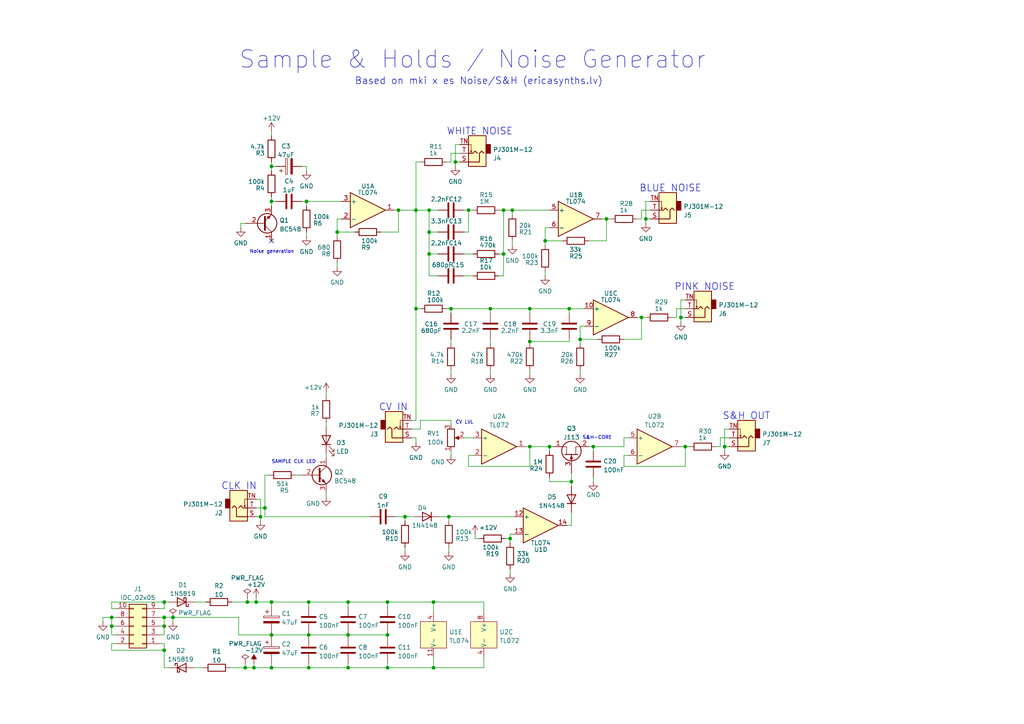
<source format=kicad_sch>
(kicad_sch (version 20211123) (generator eeschema)
  (paper "A4")
  (title_block (title "RW_EM_SH_NOISE_A") (date "2022-10-19") (rev "2022-10-19") (comment 1 "Licensed under CERN-OHL-S v2+"))
  (lib_symbols
    (symbol "Connector_Generic:Conn_02x05_Odd_Even" (pin_names (offset 1.016) hide)
      (property "Reference" "J" (at 1.27 7.62 0))
      (property "Value" "Conn_02x05_Odd_Even" (at 1.27 -7.62 0))
      (symbol "Conn_02x05_Odd_Even_1_1"
        (pin passive line (at -5.08 5.08 0) (length 3.81) (name "Pin_1") (number "1"))
        (pin passive line (at 7.62 -5.08 180) (length 3.81) (name "Pin_10") (number "10"))
        (pin passive line (at 7.62 5.08 180) (length 3.81) (name "Pin_2") (number "2"))
        (pin passive line (at -5.08 2.54 0) (length 3.81) (name "Pin_3") (number "3"))
        (pin passive line (at 7.62 2.54 180) (length 3.81) (name "Pin_4") (number "4"))
        (pin passive line (at -5.08 0 0) (length 3.81) (name "Pin_5") (number "5"))
        (pin passive line (at 7.62 0 180) (length 3.81) (name "Pin_6") (number "6"))
        (pin passive line (at -5.08 -2.54 0) (length 3.81) (name "Pin_7") (number "7"))
        (pin passive line (at 7.62 -2.54 180) (length 3.81) (name "Pin_8") (number "8"))
        (pin passive line (at -5.08 -5.08 0) (length 3.81) (name "Pin_9") (number "9"))
      )
    )
    (symbol "Device:C" (pin_numbers hide) (pin_names (offset 0.254))
      (property "Reference" "C" (at 0.635 2.54 0))
      (property "Value" "C" (at 0.635 -2.54 0))
      (symbol "C_1_1"
        (pin passive line (at 0 3.81 270) (length 2.794) (name "~") (number "1"))
        (pin passive line (at 0 -3.81 90) (length 2.794) (name "~") (number "2"))
      )
    )
    (symbol "Device:C_Polarized" (pin_numbers hide) (pin_names (offset 0.254))
      (property "Reference" "C" (at 0.635 2.54 0))
      (property "Value" "C_Polarized" (at 0.635 -2.54 0))
      (symbol "C_Polarized_1_1"
        (pin passive line (at 0 3.81 270) (length 2.794) (name "~") (number "1"))
        (pin passive line (at 0 -3.81 90) (length 2.794) (name "~") (number "2"))
      )
    )
    (symbol "Device:LED" (pin_numbers hide) (pin_names (offset 1.016) hide)
      (property "Reference" "D" (at 0 2.54 0))
      (property "Value" "LED" (at 0 -2.54 0))
      (symbol "LED_1_1"
        (pin passive line (at -3.81 0 0) (length 2.54) (name "K") (number "1"))
        (pin passive line (at 3.81 0 180) (length 2.54) (name "A") (number "2"))
      )
    )
    (symbol "Device:Q_NJFET_DSG" (pin_names (offset 0) hide)
      (property "Reference" "Q" (at 5.08 1.27 0))
      (property "Value" "Q_NJFET_DSG" (at 5.08 -1.27 0))
      (symbol "Q_NJFET_DSG_1_1"
        (pin passive line (at 2.54 5.08 270) (length 2.54) (name "D") (number "1"))
        (pin passive line (at 2.54 -5.08 90) (length 2.54) (name "S") (number "2"))
        (pin input line (at -5.08 0 0) (length 5.334) (name "G") (number "3"))
      )
    )
    (symbol "Device:R" (pin_numbers hide) (pin_names (offset 0))
      (property "Reference" "R" (at 2.032 0 90))
      (property "Value" "R" (at 0 0 90))
      (symbol "R_1_1"
        (pin passive line (at 0 3.81 270) (length 1.27) (name "~") (number "1"))
        (pin passive line (at 0 -3.81 90) (length 1.27) (name "~") (number "2"))
      )
    )
    (symbol "Device:R_Potentiometer" (pin_names (offset 1.016) hide)
      (property "Reference" "RV" (at -4.445 0 90))
      (property "Value" "R_Potentiometer" (at -2.54 0 90))
      (symbol "R_Potentiometer_1_1"
        (pin passive line (at 0 3.81 270) (length 1.27) (name "1") (number "1"))
        (pin passive line (at 3.81 0 180) (length 1.27) (name "2") (number "2"))
        (pin passive line (at 0 -3.81 90) (length 1.27) (name "3") (number "3"))
      )
    )
    (symbol "Diode:1N4148" (pin_numbers hide) (pin_names (offset 1.016) hide)
      (property "Reference" "D" (at 0 2.54 0))
      (property "Value" "1N4148" (at 0 -2.54 0))
      (symbol "1N4148_1_1"
        (pin passive line (at -3.81 0 0) (length 2.54) (name "K") (number "1"))
        (pin passive line (at 3.81 0 180) (length 2.54) (name "A") (number "2"))
      )
    )
    (symbol "Diode:1N5819" (pin_numbers hide) (pin_names (offset 1.016) hide)
      (property "Reference" "D" (at 0 2.54 0))
      (property "Value" "1N5819" (at 0 -2.54 0))
      (symbol "1N5819_1_1"
        (pin passive line (at -3.81 0 0) (length 2.54) (name "K") (number "1"))
        (pin passive line (at 3.81 0 180) (length 2.54) (name "A") (number "2"))
      )
    )
    (symbol "PJ301M-12_4"
      (property "Reference" "J" (at 0 8.89 0))
      (property "Value" "PJ301M-12_4" (at 0 6.35 0))
      (symbol "PJ301M-12_4_1_1"
        (pin passive line (at 5.08 2.54 180) (length 2.54) (name "~") (number "S"))
        (pin passive line (at 5.08 0 180) (length 2.54) (name "~") (number "T"))
        (pin passive line (at 5.08 -2.54 180) (length 2.54) (name "~") (number "TN"))
      )
    )
    (symbol "RW_EurorackModular:TL072" (pin_names (offset 0.127))
      (property "Reference" "U" (at 0 5.08 0))
      (property "Value" "TL072" (at 0 -5.08 0))
      (symbol "TL072_1_1"
        (pin output line (at 7.62 0 180) (length 2.54) (name "~") (number "1"))
        (pin input line (at -7.62 -2.54 0) (length 2.54) (name "-") (number "2"))
        (pin input line (at -7.62 2.54 0) (length 2.54) (name "+") (number "3"))
      )
      (symbol "TL072_2_1"
        (pin input line (at -7.62 2.54 0) (length 2.54) (name "+") (number "5"))
        (pin input line (at -7.62 -2.54 0) (length 2.54) (name "-") (number "6"))
        (pin output line (at 7.62 0 180) (length 2.54) (name "~") (number "7"))
      )
      (symbol "TL072_3_1"
        (pin power_in line (at -2.54 -6.35 90) (length 2.54) (name "V-") (number "4"))
        (pin power_in line (at -2.54 6.35 270) (length 2.54) (name "V+") (number "8"))
      )
    )
    (symbol "RW_EurorackModular:TL074" (pin_names (offset 0.127))
      (property "Reference" "U" (at 0 5.08 0))
      (property "Value" "TL074" (at 0 -5.08 0))
      (symbol "TL074_1_1"
        (pin output line (at 7.62 0 180) (length 2.54) (name "~") (number "1"))
        (pin input line (at -7.62 -2.54 0) (length 2.54) (name "-") (number "2"))
        (pin input line (at -7.62 2.54 0) (length 2.54) (name "+") (number "3"))
      )
      (symbol "TL074_2_1"
        (pin input line (at -7.62 2.54 0) (length 2.54) (name "+") (number "5"))
        (pin input line (at -7.62 -2.54 0) (length 2.54) (name "-") (number "6"))
        (pin output line (at 7.62 0 180) (length 2.54) (name "~") (number "7"))
      )
      (symbol "TL074_3_1"
        (pin input line (at -7.62 2.54 0) (length 2.54) (name "+") (number "10"))
        (pin output line (at 7.62 0 180) (length 2.54) (name "~") (number "8"))
        (pin input line (at -7.62 -2.54 0) (length 2.54) (name "-") (number "9"))
      )
      (symbol "TL074_4_1"
        (pin input line (at -7.62 2.54 0) (length 2.54) (name "+") (number "12"))
        (pin input line (at -7.62 -2.54 0) (length 2.54) (name "-") (number "13"))
        (pin output line (at 7.62 0 180) (length 2.54) (name "~") (number "14"))
      )
      (symbol "TL074_5_1"
        (pin power_in line (at 0 -6.35 90) (length 2.54) (name "V-") (number "11"))
        (pin power_in line (at 0 6.35 270) (length 2.54) (name "V+") (number "4"))
      )
    )
    (symbol "Transistor_BJT:BC548" (pin_names (offset 0) hide)
      (property "Reference" "Q" (at 5.08 1.905 0))
      (property "Value" "BC548" (at 5.08 0 0))
      (symbol "BC548_1_1"
        (pin passive line (at 2.54 5.08 270) (length 2.54) (name "C") (number "1"))
        (pin input line (at -5.08 0 0) (length 5.08) (name "B") (number "2"))
        (pin passive line (at 2.54 -5.08 90) (length 2.54) (name "E") (number "3"))
      )
    )
    (symbol "power:+12V" (power) (pin_names (offset 0))
      (property "Value" "+12V" (at 0 3.556 0))
      (symbol "+12V_1_1"
        (pin power_in line (at 0 0 90) (length 0) hide (name "+12V") (number "1"))
      )
    )
    (symbol "power:-12V" (power) (pin_names (offset 0))
      (property "Value" "-12V" (at 0 3.81 0))
      (symbol "-12V_0_0"
        (pin power_in line (at 0 0 90) (length 0) hide (name "-12V") (number "1"))
      )
    )
    (symbol "power:GND" (power) (pin_names (offset 0))
      (property "Value" "GND" (at 0 -3.81 0))
      (symbol "GND_1_1"
        (pin power_in line (at 0 0 270) (length 0) hide (name "GND") (number "1"))
      )
    )
    (symbol "power:PWR_FLAG" (power) (pin_numbers hide) (pin_names (offset 0) hide)
      (property "Value" "PWR_FLAG" (at 0 3.81 0))
      (symbol "PWR_FLAG_0_0"
        (pin power_out line (at 0 0 90) (length 0) (name "pwr") (number "1"))
      )
    )
  )
  (junction (at 165.1 89.535))
  (junction (at 97.79 67.31))
  (junction (at 146.05 73.66))
  (junction (at 125.73 193.675))
  (junction (at 120.65 89.535))
  (junction (at 100.965 174.625))
  (junction (at 153.67 129.54))
  (junction (at 112.395 184.15))
  (junction (at 175.895 63.5))
  (junction (at 88.9 58.42))
  (junction (at 115.57 60.96))
  (junction (at 187.325 63.5))
  (junction (at 147.955 156.21))
  (junction (at 120.65 60.96))
  (junction (at 124.46 67.31))
  (junction (at 153.67 89.535))
  (junction (at 78.74 174.625))
  (junction (at 124.46 73.66))
  (junction (at 112.395 174.625))
  (junction (at 76.835 147.32))
  (junction (at 146.05 60.96))
  (junction (at 75.565 149.86))
  (junction (at 47.625 179.07))
  (junction (at 78.74 193.675))
  (junction (at 112.395 193.675))
  (junction (at 50.165 179.07))
  (junction (at 47.625 188.595))
  (junction (at 198.755 129.54))
  (junction (at 73.66 193.675))
  (junction (at 89.535 193.675))
  (junction (at 32.385 181.61))
  (junction (at 210.185 129.54))
  (junction (at 100.965 184.15))
  (junction (at 153.67 99.06))
  (junction (at 78.74 184.15))
  (junction (at 124.46 60.96))
  (junction (at 130.81 89.535))
  (junction (at 135.89 60.96))
  (junction (at 197.485 92.075))
  (junction (at 100.965 193.675))
  (junction (at 78.74 58.42))
  (junction (at 89.535 174.625))
  (junction (at 168.275 98.425))
  (junction (at 74.295 174.625))
  (junction (at 186.055 92.075))
  (junction (at 125.73 174.625))
  (junction (at 71.12 193.675))
  (junction (at 89.535 184.15))
  (junction (at 142.24 89.535))
  (junction (at 71.755 174.625))
  (junction (at 165.735 139.7))
  (junction (at 47.625 174.625))
  (junction (at 159.385 129.54))
  (junction (at 47.625 181.61))
  (junction (at 158.115 69.85))
  (junction (at 117.475 149.86))
  (junction (at 148.59 60.96))
  (junction (at 172.085 129.54))
  (junction (at 78.74 48.26))
  (junction (at 130.175 149.86))
  (junction (at 132.08 46.99))
  (junction (at 32.385 179.07))
  (no_connect (at 78.74 69.85))
  (wire (pts (xy 71.755 174.625) (xy 71.755 173.355)))
  (wire (pts (xy 78.74 192.405) (xy 78.74 193.675)))
  (wire (pts (xy 76.835 137.795) (xy 78.105 137.795)))
  (wire (pts (xy 129.54 46.99) (xy 130.81 46.99)))
  (wire (pts (xy 50.165 179.07) (xy 69.215 179.07)))
  (wire (pts (xy 135.89 135.255) (xy 153.67 135.255)))
  (wire (pts (xy 142.24 107.315) (xy 142.24 108.585)))
  (wire (pts (xy 78.74 175.895) (xy 78.74 174.625)))
  (wire (pts (xy 153.67 129.54) (xy 159.385 129.54)))
  (wire (pts (xy 197.485 92.075) (xy 197.485 86.995)))
  (wire (pts (xy 75.565 144.78) (xy 75.565 149.86)))
  (wire (pts (xy 120.65 89.535) (xy 121.92 89.535)))
  (wire (pts (xy 187.325 58.42) (xy 188.595 58.42)))
  (wire (pts (xy 180.975 127) (xy 182.245 127)))
  (wire (pts (xy 88.9 58.42) (xy 99.06 58.42)))
  (wire (pts (xy 133.35 44.45) (xy 130.81 44.45)))
  (wire (pts (xy 211.455 127) (xy 208.915 127)))
  (wire (pts (xy 120.65 127) (xy 120.65 128.27)))
  (wire (pts (xy 146.05 60.96) (xy 144.78 60.96)))
  (wire (pts (xy 76.835 149.86) (xy 107.315 149.86)))
  (wire (pts (xy 137.795 156.21) (xy 139.065 156.21)))
  (wire (pts (xy 210.185 129.54) (xy 210.185 130.81)))
  (wire (pts (xy 89.535 174.625) (xy 100.965 174.625)))
  (wire (pts (xy 110.49 67.31) (xy 115.57 67.31)))
  (wire (pts (xy 112.395 175.895) (xy 112.395 174.625)))
  (wire (pts (xy 147.955 156.21) (xy 146.685 156.21)))
  (wire (pts (xy 71.755 174.625) (xy 74.295 174.625)))
  (wire (pts (xy 117.475 149.86) (xy 117.475 151.13)))
  (wire (pts (xy 112.395 193.675) (xy 125.73 193.675)))
  (wire (pts (xy 89.535 183.515) (xy 89.535 184.15)))
  (wire (pts (xy 117.475 149.86) (xy 120.015 149.86)))
  (wire (pts (xy 127.635 149.86) (xy 130.175 149.86)))
  (wire (pts (xy 100.965 193.675) (xy 112.395 193.675)))
  (wire (pts (xy 153.67 89.535) (xy 153.67 90.805)))
  (wire (pts (xy 182.245 132.08) (xy 180.975 132.08)))
  (wire (pts (xy 78.74 193.675) (xy 89.535 193.675)))
  (wire (pts (xy 76.835 147.32) (xy 76.835 137.795)))
  (wire (pts (xy 198.755 135.255) (xy 198.755 129.54)))
  (wire (pts (xy 115.57 60.96) (xy 114.3 60.96)))
  (wire (pts (xy 165.735 139.7) (xy 165.735 137.16)))
  (wire (pts (xy 132.08 41.91) (xy 133.35 41.91)))
  (wire (pts (xy 187.325 63.5) (xy 188.595 63.5)))
  (wire (pts (xy 146.05 73.66) (xy 146.05 60.96)))
  (wire (pts (xy 135.89 60.96) (xy 137.16 60.96)))
  (wire (pts (xy 186.055 98.425) (xy 180.975 98.425)))
  (wire (pts (xy 67.31 174.625) (xy 71.755 174.625)))
  (wire (pts (xy 89.535 193.675) (xy 100.965 193.675)))
  (wire (pts (xy 158.115 69.85) (xy 158.115 71.12)))
  (wire (pts (xy 33.655 179.07) (xy 32.385 179.07)))
  (wire (pts (xy 197.485 92.075) (xy 197.485 93.345)))
  (wire (pts (xy 158.115 69.85) (xy 163.195 69.85)))
  (wire (pts (xy 115.57 60.96) (xy 120.65 60.96)))
  (wire (pts (xy 153.67 99.06) (xy 165.1 99.06)))
  (wire (pts (xy 32.385 188.595) (xy 47.625 188.595)))
  (wire (pts (xy 175.895 63.5) (xy 175.895 69.85)))
  (wire (pts (xy 184.785 63.5) (xy 186.055 63.5)))
  (wire (pts (xy 197.485 86.995) (xy 198.755 86.995)))
  (wire (pts (xy 56.515 193.675) (xy 59.055 193.675)))
  (wire (pts (xy 125.73 190.5) (xy 125.73 193.675)))
  (wire (pts (xy 32.385 186.69) (xy 32.385 188.595)))
  (wire (pts (xy 87.63 58.42) (xy 88.9 58.42)))
  (wire (pts (xy 32.385 184.15) (xy 33.655 184.15)))
  (wire (pts (xy 180.975 132.08) (xy 180.975 135.255)))
  (wire (pts (xy 130.81 89.535) (xy 142.24 89.535)))
  (wire (pts (xy 120.65 121.92) (xy 119.38 121.92)))
  (wire (pts (xy 180.975 135.255) (xy 198.755 135.255)))
  (wire (pts (xy 130.81 121.92) (xy 130.81 123.19)))
  (wire (pts (xy 32.385 174.625) (xy 47.625 174.625)))
  (wire (pts (xy 124.46 60.96) (xy 124.46 67.31)))
  (wire (pts (xy 148.59 60.96) (xy 148.59 62.23)))
  (wire (pts (xy 165.1 89.535) (xy 165.1 90.805)))
  (wire (pts (xy 74.295 174.625) (xy 78.74 174.625)))
  (wire (pts (xy 165.1 99.06) (xy 165.1 98.425)))
  (wire (pts (xy 71.12 193.675) (xy 73.66 193.675)))
  (wire (pts (xy 153.67 89.535) (xy 165.1 89.535)))
  (wire (pts (xy 69.85 64.77) (xy 69.85 66.04)))
  (wire (pts (xy 210.185 129.54) (xy 211.455 129.54)))
  (wire (pts (xy 100.965 184.15) (xy 100.965 183.515)))
  (wire (pts (xy 88.9 48.26) (xy 88.9 49.53)))
  (wire (pts (xy 32.385 179.07) (xy 32.385 181.61)))
  (wire (pts (xy 69.215 184.15) (xy 78.74 184.15)))
  (wire (pts (xy 208.915 127) (xy 208.915 129.54)))
  (wire (pts (xy 198.755 129.54) (xy 200.025 129.54)))
  (wire (pts (xy 144.78 73.66) (xy 146.05 73.66)))
  (wire (pts (xy 46.355 179.07) (xy 47.625 179.07)))
  (wire (pts (xy 78.74 184.15) (xy 89.535 184.15)))
  (wire (pts (xy 47.625 188.595) (xy 47.625 186.69)))
  (wire (pts (xy 32.385 181.61) (xy 33.655 181.61)))
  (wire (pts (xy 158.115 66.04) (xy 158.115 69.85)))
  (wire (pts (xy 75.565 149.86) (xy 75.565 151.13)))
  (wire (pts (xy 78.74 174.625) (xy 89.535 174.625)))
  (wire (pts (xy 94.615 131.445) (xy 94.615 132.715)))
  (wire (pts (xy 196.215 89.535) (xy 196.215 92.075)))
  (wire (pts (xy 120.65 60.96) (xy 120.65 89.535)))
  (wire (pts (xy 88.9 58.42) (xy 88.9 59.69)))
  (wire (pts (xy 100.965 174.625) (xy 112.395 174.625)))
  (wire (pts (xy 153.67 107.315) (xy 153.67 108.585)))
  (wire (pts (xy 47.625 193.675) (xy 48.895 193.675)))
  (wire (pts (xy 125.73 174.625) (xy 125.73 177.8)))
  (wire (pts (xy 132.08 46.99) (xy 132.08 48.26)))
  (wire (pts (xy 149.225 154.94) (xy 147.955 154.94)))
  (wire (pts (xy 160.655 129.54) (xy 159.385 129.54)))
  (wire (pts (xy 124.46 73.66) (xy 127 73.66)))
  (wire (pts (xy 47.625 184.15) (xy 46.355 184.15)))
  (wire (pts (xy 132.08 46.99) (xy 133.35 46.99)))
  (wire (pts (xy 120.65 60.96) (xy 124.46 60.96)))
  (wire (pts (xy 130.175 149.86) (xy 130.175 151.13)))
  (wire (pts (xy 47.625 181.61) (xy 47.625 184.15)))
  (wire (pts (xy 148.59 60.96) (xy 159.385 60.96)))
  (wire (pts (xy 134.62 127) (xy 137.16 127)))
  (wire (pts (xy 125.73 174.625) (xy 140.335 174.625)))
  (wire (pts (xy 198.755 89.535) (xy 196.215 89.535)))
  (wire (pts (xy 158.115 78.74) (xy 158.115 80.01)))
  (wire (pts (xy 130.175 158.75) (xy 130.175 160.02)))
  (wire (pts (xy 153.67 129.54) (xy 152.4 129.54)))
  (wire (pts (xy 97.79 63.5) (xy 97.79 67.31)))
  (wire (pts (xy 87.63 48.26) (xy 88.9 48.26)))
  (wire (pts (xy 142.24 89.535) (xy 142.24 90.805)))
  (wire (pts (xy 56.515 174.625) (xy 59.69 174.625)))
  (wire (pts (xy 47.625 179.07) (xy 47.625 181.61)))
  (wire (pts (xy 78.74 57.15) (xy 78.74 58.42)))
  (wire (pts (xy 74.295 147.32) (xy 76.835 147.32)))
  (wire (pts (xy 169.545 94.615) (xy 168.275 94.615)))
  (wire (pts (xy 97.79 67.31) (xy 102.87 67.31)))
  (wire (pts (xy 97.79 76.2) (xy 97.79 77.47)))
  (wire (pts (xy 153.67 99.695) (xy 153.67 99.06)))
  (wire (pts (xy 33.655 176.53) (xy 32.385 176.53)))
  (wire (pts (xy 47.625 174.625) (xy 48.895 174.625)))
  (wire (pts (xy 168.275 98.425) (xy 173.355 98.425)))
  (wire (pts (xy 159.385 139.7) (xy 165.735 139.7)))
  (wire (pts (xy 175.895 69.85) (xy 170.815 69.85)))
  (wire (pts (xy 89.535 193.675) (xy 89.535 192.405)))
  (wire (pts (xy 78.74 38.1) (xy 78.74 39.37)))
  (wire (pts (xy 153.67 99.06) (xy 153.67 98.425)))
  (wire (pts (xy 142.24 89.535) (xy 153.67 89.535)))
  (wire (pts (xy 159.385 138.43) (xy 159.385 139.7)))
  (wire (pts (xy 147.955 156.21) (xy 147.955 157.48)))
  (wire (pts (xy 78.74 184.15) (xy 78.74 184.785)))
  (wire (pts (xy 112.395 184.15) (xy 112.395 184.785)))
  (wire (pts (xy 174.625 63.5) (xy 175.895 63.5)))
  (wire (pts (xy 168.275 94.615) (xy 168.275 98.425)))
  (wire (pts (xy 78.74 58.42) (xy 80.01 58.42)))
  (wire (pts (xy 78.74 58.42) (xy 78.74 59.69)))
  (wire (pts (xy 121.92 124.46) (xy 121.92 121.92)))
  (wire (pts (xy 71.12 193.675) (xy 71.12 192.405)))
  (wire (pts (xy 69.215 179.07) (xy 69.215 184.15)))
  (wire (pts (xy 132.08 46.99) (xy 132.08 41.91)))
  (wire (pts (xy 120.65 127) (xy 119.38 127)))
  (wire (pts (xy 78.74 46.99) (xy 78.74 48.26)))
  (wire (pts (xy 97.79 67.31) (xy 97.79 68.58)))
  (wire (pts (xy 47.625 176.53) (xy 46.355 176.53)))
  (wire (pts (xy 46.355 181.61) (xy 47.625 181.61)))
  (wire (pts (xy 134.62 73.66) (xy 137.16 73.66)))
  (wire (pts (xy 172.085 129.54) (xy 172.085 130.81)))
  (wire (pts (xy 85.725 137.795) (xy 86.995 137.795)))
  (wire (pts (xy 115.57 67.31) (xy 115.57 60.96)))
  (wire (pts (xy 94.615 142.875) (xy 94.615 144.145)))
  (wire (pts (xy 170.815 129.54) (xy 172.085 129.54)))
  (wire (pts (xy 78.74 183.515) (xy 78.74 184.15)))
  (wire (pts (xy 74.295 174.625) (xy 74.295 173.355)))
  (wire (pts (xy 112.395 174.625) (xy 125.73 174.625)))
  (wire (pts (xy 165.735 139.7) (xy 165.735 140.97)))
  (wire (pts (xy 147.955 154.94) (xy 147.955 156.21)))
  (wire (pts (xy 134.62 60.96) (xy 135.89 60.96)))
  (wire (pts (xy 71.12 64.77) (xy 69.85 64.77)))
  (wire (pts (xy 127 67.31) (xy 124.46 67.31)))
  (wire (pts (xy 140.335 174.625) (xy 140.335 177.8)))
  (wire (pts (xy 73.66 193.675) (xy 73.66 192.405)))
  (wire (pts (xy 32.385 176.53) (xy 32.385 174.625)))
  (wire (pts (xy 165.735 152.4) (xy 164.465 152.4)))
  (wire (pts (xy 175.895 63.5) (xy 177.165 63.5)))
  (wire (pts (xy 114.935 149.86) (xy 117.475 149.86)))
  (wire (pts (xy 197.485 92.075) (xy 198.755 92.075)))
  (wire (pts (xy 135.89 132.08) (xy 135.89 135.255)))
  (wire (pts (xy 47.625 179.07) (xy 50.165 179.07)))
  (wire (pts (xy 165.735 148.59) (xy 165.735 152.4)))
  (wire (pts (xy 120.65 46.99) (xy 120.65 60.96)))
  (wire (pts (xy 172.085 138.43) (xy 172.085 139.7)))
  (wire (pts (xy 187.325 63.5) (xy 187.325 64.77)))
  (wire (pts (xy 120.65 89.535) (xy 120.65 121.92)))
  (wire (pts (xy 88.9 67.31) (xy 88.9 68.58)))
  (wire (pts (xy 135.89 67.31) (xy 134.62 67.31)))
  (wire (pts (xy 32.385 186.69) (xy 33.655 186.69)))
  (wire (pts (xy 66.675 193.675) (xy 71.12 193.675)))
  (wire (pts (xy 186.055 60.96) (xy 186.055 63.5)))
  (wire (pts (xy 32.385 179.07) (xy 29.845 179.07)))
  (wire (pts (xy 140.335 190.5) (xy 140.335 193.675)))
  (wire (pts (xy 117.475 158.75) (xy 117.475 160.02)))
  (wire (pts (xy 112.395 192.405) (xy 112.395 193.675)))
  (wire (pts (xy 135.89 60.96) (xy 135.89 67.31)))
  (wire (pts (xy 168.275 98.425) (xy 168.275 99.695)))
  (wire (pts (xy 159.385 66.04) (xy 158.115 66.04)))
  (wire (pts (xy 73.66 193.675) (xy 78.74 193.675)))
  (wire (pts (xy 165.1 89.535) (xy 169.545 89.535)))
  (wire (pts (xy 172.085 129.54) (xy 180.975 129.54)))
  (wire (pts (xy 121.92 121.92) (xy 130.81 121.92)))
  (wire (pts (xy 124.46 67.31) (xy 124.46 73.66)))
  (wire (pts (xy 47.625 186.69) (xy 46.355 186.69)))
  (wire (pts (xy 147.955 165.1) (xy 147.955 166.37)))
  (wire (pts (xy 130.81 130.81) (xy 130.81 132.08)))
  (wire (pts (xy 121.92 46.99) (xy 120.65 46.99)))
  (wire (pts (xy 76.835 147.32) (xy 76.835 149.86)))
  (wire (pts (xy 125.73 193.675) (xy 140.335 193.675)))
  (wire (pts (xy 146.05 80.01) (xy 144.78 80.01)))
  (wire (pts (xy 198.755 129.54) (xy 197.485 129.54)))
  (wire (pts (xy 78.74 48.26) (xy 78.74 49.53)))
  (wire (pts (xy 137.16 132.08) (xy 135.89 132.08)))
  (wire (pts (xy 47.625 188.595) (xy 47.625 193.675)))
  (wire (pts (xy 146.05 60.96) (xy 148.59 60.96)))
  (wire (pts (xy 100.965 174.625) (xy 100.965 175.895)))
  (wire (pts (xy 134.62 80.01) (xy 137.16 80.01)))
  (wire (pts (xy 124.46 80.01) (xy 127 80.01)))
  (wire (pts (xy 100.965 192.405) (xy 100.965 193.675)))
  (wire (pts (xy 89.535 184.15) (xy 100.965 184.15)))
  (wire (pts (xy 32.385 181.61) (xy 32.385 184.15)))
  (wire (pts (xy 75.565 149.86) (xy 74.295 149.86)))
  (wire (pts (xy 130.81 44.45) (xy 130.81 46.99)))
  (wire (pts (xy 50.165 179.07) (xy 50.165 180.34)))
  (wire (pts (xy 29.845 179.07) (xy 29.845 180.34)))
  (wire (pts (xy 89.535 184.15) (xy 89.535 184.785)))
  (wire (pts (xy 210.185 129.54) (xy 210.185 124.46)))
  (wire (pts (xy 207.645 129.54) (xy 208.915 129.54)))
  (wire (pts (xy 112.395 184.15) (xy 112.395 183.515)))
  (wire (pts (xy 130.81 90.805) (xy 130.81 89.535)))
  (wire (pts (xy 94.615 113.665) (xy 94.615 114.935)))
  (wire (pts (xy 186.055 92.075) (xy 187.325 92.075)))
  (wire (pts (xy 100.965 184.15) (xy 100.965 184.785)))
  (wire (pts (xy 188.595 60.96) (xy 186.055 60.96)))
  (wire (pts (xy 146.05 73.66) (xy 146.05 80.01)))
  (wire (pts (xy 100.965 184.15) (xy 112.395 184.15)))
  (wire (pts (xy 78.74 48.26) (xy 80.01 48.26)))
  (wire (pts (xy 119.38 124.46) (xy 121.92 124.46)))
  (wire (pts (xy 89.535 175.895) (xy 89.535 174.625)))
  (wire (pts (xy 75.565 144.78) (xy 74.295 144.78)))
  (wire (pts (xy 130.81 99.695) (xy 130.81 98.425)))
  (wire (pts (xy 142.24 99.695) (xy 142.24 98.425)))
  (wire (pts (xy 194.945 92.075) (xy 196.215 92.075)))
  (wire (pts (xy 94.615 122.555) (xy 94.615 123.825)))
  (wire (pts (xy 129.54 89.535) (xy 130.81 89.535)))
  (wire (pts (xy 127 60.96) (xy 124.46 60.96)))
  (wire (pts (xy 130.81 107.315) (xy 130.81 108.585)))
  (wire (pts (xy 159.385 129.54) (xy 159.385 130.81)))
  (wire (pts (xy 47.625 174.625) (xy 47.625 176.53)))
  (wire (pts (xy 180.975 129.54) (xy 180.975 127)))
  (wire (pts (xy 187.325 63.5) (xy 187.325 58.42)))
  (wire (pts (xy 148.59 69.85) (xy 148.59 71.12)))
  (wire (pts (xy 137.795 154.94) (xy 137.795 156.21)))
  (wire (pts (xy 99.06 63.5) (xy 97.79 63.5)))
  (wire (pts (xy 153.67 135.255) (xy 153.67 129.54)))
  (wire (pts (xy 184.785 92.075) (xy 186.055 92.075)))
  (wire (pts (xy 186.055 92.075) (xy 186.055 98.425)))
  (wire (pts (xy 130.175 149.86) (xy 149.225 149.86)))
  (wire (pts (xy 210.185 124.46) (xy 211.455 124.46)))
  (wire (pts (xy 168.275 107.315) (xy 168.275 108.585)))
  (wire (pts (xy 124.46 73.66) (xy 124.46 80.01)))
  (text "CV LVL" (at 132.08 123.19 0) (effects (font (size 1 1)) (justify left bottom)))
  (text "CLK IN" (at 64.135 142.24 0) (effects (font (size 2 2)) (justify left bottom)))
  (text "PINK NOISE" (at 195.58 84.455 0) (effects (font (size 2 2)) (justify left bottom)))
  (text "Noise generation" (at 72.39 73.66 0) (effects (font (size 1 1)) (justify left bottom)))
  (text "S&H-CORE" (at 168.91 127.635 0) (effects (font (size 1 1)) (justify left bottom)))
  (text "SAMPLE CLK LED" (at 78.74 134.62 0) (effects (font (size 1 1)) (justify left bottom)))
  (text "Sample & Holds / Noise Generator" (at 69.215 20.32 0) (effects (font (size 5 5)) (justify left bottom)))
  (text "WHITE NOISE" (at 129.54 39.37 0) (effects (font (size 2 2)) (justify left bottom)))
  (text "Based on mki x es Noise/S&H (ericasynths.lv)" (at 102.87 24.765 0) (effects (font (size 2 2)) (justify left bottom)))
  (text "BLUE NOISE" (at 185.42 55.88 0) (effects (font (size 2 2)) (justify left bottom)))
  (text "S&H OUT" (at 209.55 121.92 0) (effects (font (size 2 2)) (justify left bottom)))
  (text "CV IN" (at 109.855 119.38 0) (effects (font (size 2 2)) (justify left bottom)))
  (symbol (lib_id "Device:C") (at 130.81 60.96 90) (unit 1)
    (property "Reference" "C12" (at 132.08 57.785 90))
    (property "Value" "2.2nF" (at 127.635 57.785 90))
    (property "Footprint" "Capacitor_THT:C_Rect_L7.2mm_W5.5mm_P5.00mm_FKS2_FKP2_MKS2_MKP2" (effects hide))
  )
  (symbol (lib_id "Device:C") (at 100.965 179.705 0) (unit 1)
    (property "Reference" "C7" (at 103.886 178.8703 0) (effects (justify left)))
    (property "Value" "100nF" (at 103.886 181.4072 0) (effects (justify left)))
    (property "Footprint" "Capacitor_THT:C_Disc_D5.0mm_W2.5mm_P5.00mm" (effects hide))
  )
  (symbol (lib_id "Device:R") (at 180.975 63.5 270) (unit 1)
    (property "Reference" "R28" (at 179.705 59.055 90) (effects (justify left)))
    (property "Value" "1k" (at 179.705 60.96 90) (effects (justify left)))
    (property "Footprint" "Resistor_THT:R_Axial_DIN0207_L6.3mm_D2.5mm_P10.16mm_Horizontal" (effects hide))
  )
  (symbol (lib_id "power:GND") (at 50.165 180.34 0) (unit 1)
    (property "Reference" "#PWR02" (effects hide))
    (property "Value" "GND" (at 50.165 184.7834 0))
  )
  (symbol (lib_id "Device:C") (at 112.395 179.705 0) (unit 1)
    (property "Reference" "C10" (at 115.316 178.8703 0) (effects (justify left)))
    (property "Value" "100nF" (at 115.316 181.4072 0) (effects (justify left)))
    (property "Footprint" "Capacitor_THT:C_Disc_D5.0mm_W2.5mm_P5.00mm" (effects hide))
  )
  (symbol (lib_id "Device:R") (at 88.9 63.5 0) (mirror x) (unit 1)
    (property "Reference" "R6" (at 90.805 64.77 0) (effects (justify left)))
    (property "Value" "100k" (at 90.805 62.865 0) (effects (justify left)))
    (property "Footprint" "Resistor_THT:R_Axial_DIN0207_L6.3mm_D2.5mm_P2.54mm_Vertical" (effects hide))
  )
  (symbol (lib_id "power:+12V") (at 78.74 38.1 0) (unit 1)
    (property "Reference" "#PWR07" (effects hide))
    (property "Value" "+12V" (at 78.74 34.29 0))
  )
  (symbol (lib_id "power:GND") (at 130.81 108.585 0) (unit 1)
    (property "Reference" "#PWR016" (effects hide))
    (property "Value" "GND" (at 130.81 113.0284 0))
  )
  (symbol (lib_id "power:GND") (at 130.175 160.02 0) (mirror y) (unit 1)
    (property "Reference" "#PWR015" (effects hide))
    (property "Value" "GND" (at 130.175 164.4634 0))
  )
  (symbol (lib_id "Device:C") (at 83.82 58.42 90) (unit 1)
    (property "Reference" "C4" (at 83.82 52.5612 90))
    (property "Value" "1uF" (at 83.82 55.0981 90))
    (property "Footprint" "Capacitor_THT:C_Rect_L7.2mm_W4.5mm_P5.00mm_FKS2_FKP2_MKS2_MKP2" (effects hide))
  )
  (symbol (lib_id "RW_EurorackModular:TL074") (at 156.845 152.4 0) (unit 4)
    (property "Reference" "U1" (at 156.845 159.385 0))
    (property "Value" "TL074" (at 156.845 157.48 0))
    (property "Footprint" "Package_DIP:DIP-14_W7.62mm" (effects hide))
  )
  (symbol (lib_id "Device:R") (at 81.915 137.795 90) (unit 1)
    (property "Reference" "R5" (at 83.82 142.24 90) (effects (justify left)))
    (property "Value" "51k" (at 83.82 140.335 90) (effects (justify left)))
    (property "Footprint" "Resistor_THT:R_Axial_DIN0207_L6.3mm_D2.5mm_P2.54mm_Vertical" (effects hide))
  )
  (symbol (lib_id "Device:R") (at 148.59 66.04 0) (mirror x) (unit 1)
    (property "Reference" "R21" (at 150.495 67.31 0) (effects (justify left)))
    (property "Value" "20k" (at 150.495 65.405 0) (effects (justify left)))
    (property "Footprint" "Resistor_THT:R_Axial_DIN0207_L6.3mm_D2.5mm_P2.54mm_Vertical" (effects hide))
  )
  (symbol (lib_id "power:GND") (at 168.275 108.585 0) (unit 1)
    (property "Reference" "#PWR025" (effects hide))
    (property "Value" "GND" (at 168.275 113.0284 0))
  )
  (symbol (lib_id "Device:R") (at 125.73 89.535 270) (unit 1)
    (property "Reference" "R12" (at 123.825 85.09 90) (effects (justify left)))
    (property "Value" "100k" (at 123.825 86.995 90) (effects (justify left)))
    (property "Footprint" "Resistor_THT:R_Axial_DIN0207_L6.3mm_D2.5mm_P2.54mm_Vertical" (effects hide))
  )
  (symbol (lib_id "power:GND") (at 97.79 77.47 0) (unit 1)
    (property "Reference" "#PWR012" (effects hide))
    (property "Value" "GND" (at 97.79 81.9134 0))
  )
  (symbol (lib_id "Device:C") (at 153.67 94.615 180) (unit 1)
    (property "Reference" "C18" (at 147.955 93.98 0))
    (property "Value" "2.2nF" (at 147.955 95.885 0))
    (property "Footprint" "Capacitor_THT:C_Rect_L7.2mm_W5.5mm_P5.00mm_FKS2_FKP2_MKS2_MKP2" (effects hide))
  )
  (symbol (lib_id "power:GND") (at 187.325 64.77 0) (mirror y) (unit 1)
    (property "Reference" "#PWR027" (effects hide))
    (property "Value" "GND" (at 187.325 69.2134 0))
  )
  (symbol (lib_name "PJ301M-12_4") (lib_id "RW_EurorackModular:PJ301M-12") (at 216.535 127 180) (unit 1)
    (property "Reference" "J7" (at 221.107 128.4697 0) (effects (justify right)))
    (property "Value" "PJ301M-12" (at 221.107 125.9328 0) (effects (justify right)))
    (property "Footprint" "RW_EurorackModular:PJ301M-12" (effects hide))
  )
  (symbol (lib_id "Device:C") (at 130.81 73.66 90) (unit 1)
    (property "Reference" "C14" (at 132.08 70.485 90))
    (property "Value" "2.2nF" (at 127.635 70.485 90))
    (property "Footprint" "Capacitor_THT:C_Rect_L7.2mm_W5.5mm_P5.00mm_FKS2_FKP2_MKS2_MKP2" (effects hide))
  )
  (symbol (lib_id "Device:Q_NJFET_DSG") (at 165.735 132.08 90) (unit 1)
    (property "Reference" "Q3" (at 165.735 124.2908 90))
    (property "Value" "J113" (at 165.735 126.8277 90))
    (property "Footprint" "Package_TO_SOT_THT:TO-92" (effects hide))
  )
  (symbol (lib_id "power:GND") (at 117.475 160.02 0) (unit 1)
    (property "Reference" "#PWR013" (effects hide))
    (property "Value" "GND" (at 117.475 164.4634 0))
  )
  (symbol (lib_id "power:GND") (at 29.845 180.34 0) (unit 1)
    (property "Reference" "#PWR01" (effects hide))
    (property "Value" "GND" (at 29.845 184.7834 0))
  )
  (symbol (lib_id "Device:R") (at 153.67 103.505 180) (unit 1)
    (property "Reference" "R22" (at 151.765 104.775 0) (effects (justify left)))
    (property "Value" "470k" (at 151.765 102.87 0) (effects (justify left)))
    (property "Footprint" "Resistor_THT:R_Axial_DIN0207_L6.3mm_D2.5mm_P2.54mm_Vertical" (effects hide))
  )
  (symbol (lib_id "power:GND") (at 88.9 68.58 0) (unit 1)
    (property "Reference" "#PWR09" (effects hide))
    (property "Value" "GND" (at 88.9 73.0234 0))
  )
  (symbol (lib_id "power:GND") (at 75.565 151.13 0) (unit 1)
    (property "Reference" "#PWR06" (effects hide))
    (property "Value" "GND" (at 75.565 155.5734 0))
  )
  (symbol (lib_id "Device:C") (at 89.535 179.705 0) (unit 1)
    (property "Reference" "C5" (at 92.456 178.8703 0) (effects (justify left)))
    (property "Value" "100nF" (at 92.456 181.4072 0) (effects (justify left)))
    (property "Footprint" "Capacitor_THT:C_Disc_D5.0mm_W2.5mm_P5.00mm" (effects hide))
  )
  (symbol (lib_id "Device:C") (at 112.395 188.595 0) (unit 1)
    (property "Reference" "C11" (at 115.316 187.7603 0) (effects (justify left)))
    (property "Value" "100nF" (at 115.316 190.2972 0) (effects (justify left)))
    (property "Footprint" "Capacitor_THT:C_Disc_D5.0mm_W2.5mm_P5.00mm" (effects hide))
  )
  (symbol (lib_id "Device:C") (at 89.535 188.595 0) (unit 1)
    (property "Reference" "C6" (at 92.456 187.7603 0) (effects (justify left)))
    (property "Value" "100nF" (at 92.456 190.2972 0) (effects (justify left)))
    (property "Footprint" "Capacitor_THT:C_Disc_D5.0mm_W2.5mm_P5.00mm" (effects hide))
  )
  (symbol (lib_id "Device:R") (at 140.97 73.66 270) (unit 1)
    (property "Reference" "R16" (at 139.065 69.215 90) (effects (justify left)))
    (property "Value" "470k" (at 139.065 71.12 90) (effects (justify left)))
    (property "Footprint" "Resistor_THT:R_Axial_DIN0207_L6.3mm_D2.5mm_P2.54mm_Vertical" (effects hide))
  )
  (symbol (lib_id "Device:R") (at 147.955 161.29 0) (mirror x) (unit 1)
    (property "Reference" "R20" (at 149.86 162.56 0) (effects (justify left)))
    (property "Value" "33k" (at 149.86 160.655 0) (effects (justify left)))
    (property "Footprint" "Resistor_THT:R_Axial_DIN0207_L6.3mm_D2.5mm_P2.54mm_Vertical" (effects hide))
  )
  (symbol (lib_id "Device:R") (at 63.5 174.625 90) (unit 1)
    (property "Reference" "R2" (at 63.5 169.9092 90))
    (property "Value" "10" (at 63.5 172.4461 90))
    (property "Footprint" "Resistor_THT:R_Axial_DIN0207_L6.3mm_D2.5mm_P10.16mm_Horizontal" (effects hide))
  )
  (symbol (lib_id "Device:R") (at 177.165 98.425 270) (mirror x) (unit 1)
    (property "Reference" "R27" (at 175.26 102.87 90) (effects (justify left)))
    (property "Value" "100k" (at 175.26 100.965 90) (effects (justify left)))
    (property "Footprint" "Resistor_THT:R_Axial_DIN0207_L6.3mm_D2.5mm_P2.54mm_Vertical" (effects hide))
  )
  (symbol (lib_id "Device:LED") (at 94.615 127.635 90) (unit 1)
    (property "Reference" "D3" (at 97.536 128.3878 90) (effects (justify right)))
    (property "Value" "LED" (at 97.536 130.9247 90) (effects (justify right)))
    (property "Footprint" "LED_THT:LED_D5.0mm" (effects hide))
  )
  (symbol (lib_id "power:GND") (at 142.24 108.585 0) (unit 1)
    (property "Reference" "#PWR020" (effects hide))
    (property "Value" "GND" (at 142.24 113.0284 0))
  )
  (symbol (lib_id "Device:R_Potentiometer") (at 130.81 127 0) (mirror x) (unit 1)
    (property "Reference" "RV1" (at 125.73 125.73 0))
    (property "Value" "100k" (at 126.365 128.27 0))
    (property "Footprint" "RW_EurorackModular:Potentiometer_R0904N_SongHuei" (effects hide))
  )
  (symbol (lib_id "power:-12V") (at 73.66 192.405 0) (unit 1)
    (property "Reference" "#PWR04" (effects hide))
    (property "Value" "-12V" (at 73.66 188.595 0))
  )
  (symbol (lib_id "RW_EurorackModular:TL074") (at 177.165 92.075 0) (unit 3)
    (property "Reference" "U1" (at 177.165 85.09 0))
    (property "Value" "TL074" (at 177.165 86.995 0))
    (property "Footprint" "Package_DIP:DIP-14_W7.62mm" (effects hide))
  )
  (symbol (lib_id "Device:C_Polarized") (at 83.82 48.26 90) (unit 1)
    (property "Reference" "C3" (at 82.931 42.4012 90))
    (property "Value" "47uF" (at 82.931 44.9381 90))
    (property "Footprint" "Capacitor_THT:CP_Radial_D5.0mm_P2.00mm" (effects hide))
  )
  (symbol (lib_id "Device:R") (at 168.275 103.505 180) (unit 1)
    (property "Reference" "R26" (at 166.37 104.775 0) (effects (justify left)))
    (property "Value" "20k" (at 166.37 102.87 0) (effects (justify left)))
    (property "Footprint" "Resistor_THT:R_Axial_DIN0207_L6.3mm_D2.5mm_P2.54mm_Vertical" (effects hide))
  )
  (symbol (lib_id "Device:R") (at 117.475 154.94 180) (unit 1)
    (property "Reference" "R10" (at 115.57 156.21 0) (effects (justify left)))
    (property "Value" "100k" (at 115.57 154.305 0) (effects (justify left)))
    (property "Footprint" "Resistor_THT:R_Axial_DIN0207_L6.3mm_D2.5mm_P2.54mm_Vertical" (effects hide))
  )
  (symbol (lib_id "Device:R") (at 167.005 69.85 270) (mirror x) (unit 1)
    (property "Reference" "R25" (at 165.1 74.295 90) (effects (justify left)))
    (property "Value" "33k" (at 165.1 72.39 90) (effects (justify left)))
    (property "Footprint" "Resistor_THT:R_Axial_DIN0207_L6.3mm_D2.5mm_P2.54mm_Vertical" (effects hide))
  )
  (symbol (lib_id "power:GND") (at 130.81 132.08 0) (unit 1)
    (property "Reference" "#PWR017" (effects hide))
    (property "Value" "GND" (at 127 133.985 0))
  )
  (symbol (lib_id "Diode:1N4148") (at 123.825 149.86 0) (mirror y) (unit 1)
    (property "Reference" "D4" (at 123.825 147.32 0) (effects (justify left)))
    (property "Value" "1N4148" (at 127 152.4 0) (effects (justify left)))
    (property "Footprint" "Diode_THT:D_DO-35_SOD27_P7.62mm_Horizontal" (effects hide))
    (property "Datasheet" "https://assets.nexperia.com/documents/data-sheet/1N4148_1N4448.pdf" (effects hide))
  )
  (symbol (lib_id "Device:R") (at 140.97 80.01 270) (unit 1)
    (property "Reference" "R17" (at 139.065 75.565 90) (effects (justify left)))
    (property "Value" "10k" (at 139.065 77.47 90) (effects (justify left)))
    (property "Footprint" "Resistor_THT:R_Axial_DIN0207_L6.3mm_D2.5mm_P2.54mm_Vertical" (effects hide))
  )
  (symbol (lib_id "power:+12V") (at 137.795 154.94 0) (mirror y) (unit 1)
    (property "Reference" "#PWR019" (effects hide))
    (property "Value" "+12V" (at 141.605 153.035 0))
  )
  (symbol (lib_id "Device:C") (at 130.81 67.31 90) (unit 1)
    (property "Reference" "C13" (at 132.08 64.135 90))
    (property "Value" "3.3nF" (at 127.635 64.135 90))
    (property "Footprint" "Capacitor_THT:C_Rect_L7.2mm_W5.5mm_P5.00mm_FKS2_FKP2_MKS2_MKP2" (effects hide))
  )
  (symbol (lib_id "power:GND") (at 88.9 49.53 0) (unit 1)
    (property "Reference" "#PWR08" (effects hide))
    (property "Value" "GND" (at 88.9 53.9734 0))
  )
  (symbol (lib_id "Transistor_BJT:BC548") (at 76.2 64.77 0) (mirror x) (unit 1)
    (property "Reference" "Q1" (at 81.0514 63.9353 0) (effects (justify left)))
    (property "Value" "BC548" (at 81.0514 66.4722 0) (effects (justify left)))
    (property "Footprint" "Package_TO_SOT_THT:TO-92_Inline" (effects hide))
    (property "Datasheet" "https://www.onsemi.com/pub/Collateral/BC550-D.pdf" (effects hide))
  )
  (symbol (lib_id "power:+12V") (at 94.615 113.665 0) (mirror y) (unit 1)
    (property "Reference" "#PWR010" (effects hide))
    (property "Value" "+12V" (at 90.805 112.395 0))
  )
  (symbol (lib_id "power:GND") (at 197.485 93.345 0) (mirror y) (unit 1)
    (property "Reference" "#PWR028" (effects hide))
    (property "Value" "GND" (at 197.485 97.7884 0))
  )
  (symbol (lib_id "RW_EurorackModular:TL074") (at 125.73 184.15 0) (unit 5)
    (property "Reference" "U1" (at 130.2512 183.3153 0) (effects (justify left)))
    (property "Value" "TL074" (at 130.2512 185.8522 0) (effects (justify left)))
    (property "Footprint" "Package_DIP:DIP-14_W7.62mm" (effects hide))
  )
  (symbol (lib_id "Device:R") (at 130.175 154.94 0) (mirror x) (unit 1)
    (property "Reference" "R13" (at 132.08 156.21 0) (effects (justify left)))
    (property "Value" "100k" (at 132.08 154.305 0) (effects (justify left)))
    (property "Footprint" "Resistor_THT:R_Axial_DIN0207_L6.3mm_D2.5mm_P2.54mm_Vertical" (effects hide))
  )
  (symbol (lib_id "Diode:1N4148") (at 165.735 144.78 270) (mirror x) (unit 1)
    (property "Reference" "D5" (at 158.75 144.145 90) (effects (justify left)))
    (property "Value" "1N4148" (at 156.21 146.685 90) (effects (justify left)))
    (property "Footprint" "Diode_THT:D_DO-35_SOD27_P7.62mm_Horizontal" (effects hide))
    (property "Datasheet" "https://assets.nexperia.com/documents/data-sheet/1N4148_1N4448.pdf" (effects hide))
  )
  (symbol (lib_id "Device:R") (at 94.615 118.745 180) (unit 1)
    (property "Reference" "R7" (at 92.71 120.015 0) (effects (justify left)))
    (property "Value" "1k" (at 92.71 118.11 0) (effects (justify left)))
    (property "Footprint" "Resistor_THT:R_Axial_DIN0207_L6.3mm_D2.5mm_P2.54mm_Vertical" (effects hide))
  )
  (symbol (lib_id "Device:R") (at 142.24 103.505 180) (unit 1)
    (property "Reference" "R18" (at 140.335 104.775 0) (effects (justify left)))
    (property "Value" "47k" (at 140.335 102.87 0) (effects (justify left)))
    (property "Footprint" "Resistor_THT:R_Axial_DIN0207_L6.3mm_D2.5mm_P2.54mm_Vertical" (effects hide))
  )
  (symbol (lib_id "Device:R") (at 125.73 46.99 270) (unit 1)
    (property "Reference" "R11" (at 124.46 42.545 90) (effects (justify left)))
    (property "Value" "1k" (at 124.46 44.45 90) (effects (justify left)))
    (property "Footprint" "Resistor_THT:R_Axial_DIN0207_L6.3mm_D2.5mm_P10.16mm_Horizontal" (effects hide))
  )
  (symbol (lib_id "power:PWR_FLAG") (at 50.165 179.07 0) (unit 1)
    (property "Reference" "#FLG01" (effects hide))
    (property "Value" "PWR_FLAG" (at 56.515 177.8 0))
  )
  (symbol (lib_id "Device:R") (at 130.81 103.505 180) (unit 1)
    (property "Reference" "R14" (at 128.905 104.775 0) (effects (justify left)))
    (property "Value" "4.7k" (at 128.905 102.87 0) (effects (justify left)))
    (property "Footprint" "Resistor_THT:R_Axial_DIN0207_L6.3mm_D2.5mm_P2.54mm_Vertical" (effects hide))
  )
  (symbol (lib_id "Device:R") (at 142.875 156.21 90) (unit 1)
    (property "Reference" "R19" (at 144.78 160.655 90) (effects (justify left)))
    (property "Value" "100k" (at 144.78 158.75 90) (effects (justify left)))
    (property "Footprint" "Resistor_THT:R_Axial_DIN0207_L6.3mm_D2.5mm_P2.54mm_Vertical" (effects hide))
  )
  (symbol (lib_id "power:GND") (at 158.115 80.01 0) (unit 1)
    (property "Reference" "#PWR024" (effects hide))
    (property "Value" "GND" (at 158.115 84.4534 0))
  )
  (symbol (lib_id "power:GND") (at 153.67 108.585 0) (unit 1)
    (property "Reference" "#PWR023" (effects hide))
    (property "Value" "GND" (at 153.67 113.0284 0))
  )
  (symbol (lib_id "Device:R") (at 203.835 129.54 270) (unit 1)
    (property "Reference" "R30" (at 202.565 125.095 90) (effects (justify left)))
    (property "Value" "1k" (at 202.565 127 90) (effects (justify left)))
    (property "Footprint" "Resistor_THT:R_Axial_DIN0207_L6.3mm_D2.5mm_P10.16mm_Horizontal" (effects hide))
  )
  (symbol (lib_id "Device:R") (at 97.79 72.39 180) (unit 1)
    (property "Reference" "R8" (at 95.885 73.66 0) (effects (justify left)))
    (property "Value" "680" (at 95.885 71.755 0) (effects (justify left)))
    (property "Footprint" "Resistor_THT:R_Axial_DIN0207_L6.3mm_D2.5mm_P2.54mm_Vertical" (effects hide))
  )
  (symbol (lib_id "power:PWR_FLAG") (at 71.12 192.405 0) (unit 1)
    (property "Reference" "#FLG02" (effects hide))
    (property "Value" "PWR_FLAG" (at 71.12 186.69 0))
  )
  (symbol (lib_id "Device:R") (at 140.97 60.96 270) (unit 1)
    (property "Reference" "R15" (at 139.065 56.515 90) (effects (justify left)))
    (property "Value" "1M" (at 139.065 58.42 90) (effects (justify left)))
    (property "Footprint" "Resistor_THT:R_Axial_DIN0207_L6.3mm_D2.5mm_P2.54mm_Vertical" (effects hide))
  )
  (symbol (lib_id "RW_EurorackModular:TL074") (at 167.005 63.5 0) (unit 2)
    (property "Reference" "U1" (at 167.005 56.515 0))
    (property "Value" "TL074" (at 167.005 58.42 0))
    (property "Footprint" "Package_DIP:DIP-14_W7.62mm" (effects hide))
  )
  (symbol (lib_id "RW_EurorackModular:TL072") (at 144.78 129.54 0) (unit 1)
    (property "Reference" "U2" (at 144.78 120.7602 0))
    (property "Value" "TL072" (at 144.78 123.2971 0))
    (property "Footprint" "Package_DIP:DIP-8_W7.62mm" (effects hide))
  )
  (symbol (lib_id "Device:C") (at 111.125 149.86 90) (unit 1)
    (property "Reference" "C9" (at 111.125 144.0012 90))
    (property "Value" "1nF" (at 111.125 146.5381 90))
    (property "Footprint" "Capacitor_THT:C_Rect_L7.2mm_W5.5mm_P5.00mm_FKS2_FKP2_MKS2_MKP2" (effects hide))
  )
  (symbol (lib_id "RW_EurorackModular:TL074") (at 106.68 60.96 0) (unit 1)
    (property "Reference" "U1" (at 106.68 53.975 0))
    (property "Value" "TL074" (at 106.68 55.88 0))
    (property "Footprint" "Package_DIP:DIP-14_W7.62mm" (effects hide))
  )
  (symbol (lib_id "Device:C") (at 100.965 188.595 0) (unit 1)
    (property "Reference" "C8" (at 103.886 187.7603 0) (effects (justify left)))
    (property "Value" "100nF" (at 103.886 190.2972 0) (effects (justify left)))
    (property "Footprint" "Capacitor_THT:C_Disc_D5.0mm_W2.5mm_P5.00mm" (effects hide))
  )
  (symbol (lib_name "PJ301M-12_4") (lib_id "RW_EurorackModular:PJ301M-12") (at 193.675 60.96 180) (unit 1)
    (property "Reference" "J5" (at 198.247 62.4297 0) (effects (justify right)))
    (property "Value" "PJ301M-12" (at 198.247 59.8928 0) (effects (justify right)))
    (property "Footprint" "RW_EurorackModular:PJ301M-12" (effects hide))
  )
  (symbol (lib_id "power:GND") (at 120.65 128.27 0) (unit 1)
    (property "Reference" "#PWR014" (effects hide))
    (property "Value" "GND" (at 120.65 132.7134 0))
  )
  (symbol (lib_id "Connector_Generic:Conn_02x05_Odd_Even") (at 41.275 181.61 180) (unit 1)
    (property "Reference" "J1" (at 40.005 170.815 0))
    (property "Value" "IDC_02x05" (at 40.005 173.355 0))
    (property "Footprint" "Connector_IDC:IDC-Header_2x05_P2.54mm_Vertical" (effects hide))
  )
  (symbol (lib_id "Device:C") (at 165.1 94.615 180) (unit 1)
    (property "Reference" "C19" (at 159.385 93.98 0))
    (property "Value" "3.3nF" (at 159.385 95.885 0))
    (property "Footprint" "Capacitor_THT:C_Rect_L7.2mm_W5.5mm_P5.00mm_FKS2_FKP2_MKS2_MKP2" (effects hide))
  )
  (symbol (lib_name "PJ301M-12_4") (lib_id "RW_EurorackModular:PJ301M-12") (at 138.43 44.45 180) (unit 1)
    (property "Reference" "J4" (at 143.002 45.9197 0) (effects (justify right)))
    (property "Value" "PJ301M-12" (at 143.002 43.3828 0) (effects (justify right)))
    (property "Footprint" "RW_EurorackModular:PJ301M-12" (effects hide))
  )
  (symbol (lib_name "PJ301M-12_4") (lib_id "RW_EurorackModular:PJ301M-12") (at 69.215 147.32 0) (mirror x) (unit 1)
    (property "Reference" "J2" (at 64.643 148.7897 0) (effects (justify right)))
    (property "Value" "PJ301M-12" (at 64.643 146.2528 0) (effects (justify right)))
    (property "Footprint" "RW_EurorackModular:PJ301M-12" (effects hide))
  )
  (symbol (lib_id "Device:C") (at 172.085 134.62 180) (unit 1)
    (property "Reference" "C20" (at 175.006 133.7853 0) (effects (justify right)))
    (property "Value" "100nF" (at 175.006 136.3222 0) (effects (justify right)))
    (property "Footprint" "Capacitor_THT:C_Rect_L7.2mm_W5.5mm_P5.00mm_FKS2_FKP2_MKS2_MKP2" (effects hide))
  )
  (symbol (lib_id "Device:C") (at 142.24 94.615 180) (unit 1)
    (property "Reference" "C17" (at 136.525 93.98 0))
    (property "Value" "2.2nF" (at 136.525 95.885 0))
    (property "Footprint" "Capacitor_THT:C_Rect_L7.2mm_W5.5mm_P5.00mm_FKS2_FKP2_MKS2_MKP2" (effects hide))
  )
  (symbol (lib_id "power:GND") (at 147.955 166.37 0) (mirror y) (unit 1)
    (property "Reference" "#PWR021" (effects hide))
    (property "Value" "GND" (at 147.955 170.8134 0))
  )
  (symbol (lib_id "power:GND") (at 172.085 139.7 0) (unit 1)
    (property "Reference" "#PWR026" (effects hide))
    (property "Value" "GND" (at 172.085 143.51 0))
  )
  (symbol (lib_id "Device:R") (at 78.74 43.18 180) (unit 1)
    (property "Reference" "R3" (at 76.835 44.45 0) (effects (justify left)))
    (property "Value" "4.7k" (at 76.835 42.545 0) (effects (justify left)))
    (property "Footprint" "Resistor_THT:R_Axial_DIN0207_L6.3mm_D2.5mm_P2.54mm_Vertical" (effects hide))
  )
  (symbol (lib_id "Device:R") (at 106.68 67.31 270) (mirror x) (unit 1)
    (property "Reference" "R9" (at 104.775 71.755 90) (effects (justify left)))
    (property "Value" "100k" (at 104.775 69.85 90) (effects (justify left)))
    (property "Footprint" "Resistor_THT:R_Axial_DIN0207_L6.3mm_D2.5mm_P2.54mm_Vertical" (effects hide))
  )
  (symbol (lib_id "Device:R") (at 62.865 193.675 90) (unit 1)
    (property "Reference" "R1" (at 62.865 188.9592 90))
    (property "Value" "10" (at 62.865 191.4961 90))
    (property "Footprint" "Resistor_THT:R_Axial_DIN0207_L6.3mm_D2.5mm_P10.16mm_Horizontal" (effects hide))
  )
  (symbol (lib_id "power:GND") (at 148.59 71.12 0) (unit 1)
    (property "Reference" "#PWR022" (effects hide))
    (property "Value" "GND" (at 148.59 75.5634 0))
  )
  (symbol (lib_id "Device:C_Polarized") (at 78.74 188.595 0) (unit 1)
    (property "Reference" "C2" (at 81.661 186.8713 0) (effects (justify left)))
    (property "Value" "47uF" (at 81.661 189.4082 0) (effects (justify left)))
    (property "Footprint" "Capacitor_THT:CP_Radial_D5.0mm_P2.00mm" (effects hide))
  )
  (symbol (lib_id "Diode:1N5819") (at 52.705 193.675 0) (unit 1)
    (property "Reference" "D2" (at 52.3875 188.7052 0))
    (property "Value" "1N5819" (at 52.3875 191.2421 0))
    (property "Footprint" "Diode_THT:D_DO-41_SOD81_P10.16mm_Horizontal" (effects hide))
    (property "Datasheet" "http://www.vishay.com/docs/88525/1n5817.pdf" (effects hide))
  )
  (symbol (lib_id "Device:R") (at 78.74 53.34 180) (unit 1)
    (property "Reference" "R4" (at 76.835 54.61 0) (effects (justify left)))
    (property "Value" "100k" (at 76.835 52.705 0) (effects (justify left)))
    (property "Footprint" "Resistor_THT:R_Axial_DIN0207_L6.3mm_D2.5mm_P2.54mm_Vertical" (effects hide))
  )
  (symbol (lib_id "Diode:1N5819") (at 52.705 174.625 180) (unit 1)
    (property "Reference" "D1" (at 53.0225 169.6552 0))
    (property "Value" "1N5819" (at 53.0225 172.1921 0))
    (property "Footprint" "Diode_THT:D_DO-41_SOD81_P10.16mm_Horizontal" (effects hide))
    (property "Datasheet" "http://www.vishay.com/docs/88525/1n5817.pdf" (effects hide))
  )
  (symbol (lib_id "power:GND") (at 132.08 48.26 0) (mirror y) (unit 1)
    (property "Reference" "#PWR018" (effects hide))
    (property "Value" "GND" (at 132.08 52.7034 0))
  )
  (symbol (lib_id "power:+12V") (at 74.295 173.355 0) (unit 1)
    (property "Reference" "#PWR05" (effects hide))
    (property "Value" "+12V" (at 74.295 169.545 0))
  )
  (symbol (lib_id "Device:C") (at 130.81 94.615 180) (unit 1)
    (property "Reference" "C16" (at 125.095 93.98 0))
    (property "Value" "680pF" (at 125.095 95.885 0))
    (property "Footprint" "Capacitor_THT:C_Rect_L7.2mm_W5.5mm_P5.00mm_FKS2_FKP2_MKS2_MKP2" (effects hide))
  )
  (symbol (lib_name "PJ301M-12_4") (lib_id "RW_EurorackModular:PJ301M-12") (at 203.835 89.535 180) (unit 1)
    (property "Reference" "J6" (at 208.407 91.0047 0) (effects (justify right)))
    (property "Value" "PJ301M-12" (at 208.407 88.4678 0) (effects (justify right)))
    (property "Footprint" "RW_EurorackModular:PJ301M-12" (effects hide))
  )
  (symbol (lib_id "Device:C") (at 130.81 80.01 90) (unit 1)
    (property "Reference" "C15" (at 132.715 76.835 90))
    (property "Value" "680pF" (at 128.27 76.835 90))
    (property "Footprint" "Capacitor_THT:C_Rect_L7.2mm_W5.5mm_P5.00mm_FKS2_FKP2_MKS2_MKP2" (effects hide))
  )
  (symbol (lib_id "RW_EurorackModular:TL072") (at 142.875 184.15 0) (unit 3)
    (property "Reference" "U2" (at 144.8562 183.3153 0) (effects (justify left)))
    (property "Value" "TL072" (at 144.8562 185.8522 0) (effects (justify left)))
    (property "Footprint" "Package_DIP:DIP-8_W7.62mm" (effects hide))
  )
  (symbol (lib_id "power:GND") (at 94.615 144.145 0) (unit 1)
    (property "Reference" "#PWR011" (effects hide))
    (property "Value" "GND" (at 90.805 146.05 0))
  )
  (symbol (lib_id "Transistor_BJT:BC548") (at 92.075 137.795 0) (unit 1)
    (property "Reference" "Q2" (at 96.9264 136.9603 0) (effects (justify left)))
    (property "Value" "BC548" (at 96.9264 139.4972 0) (effects (justify left)))
    (property "Footprint" "Package_TO_SOT_THT:TO-92_Inline" (effects hide))
    (property "Datasheet" "https://www.onsemi.com/pub/Collateral/BC550-D.pdf" (effects hide))
  )
  (symbol (lib_id "Device:R") (at 158.115 74.93 180) (unit 1)
    (property "Reference" "R23" (at 156.21 76.2 0) (effects (justify left)))
    (property "Value" "100k" (at 156.21 74.295 0) (effects (justify left)))
    (property "Footprint" "Resistor_THT:R_Axial_DIN0207_L6.3mm_D2.5mm_P2.54mm_Vertical" (effects hide))
  )
  (symbol (lib_id "power:GND") (at 210.185 130.81 0) (mirror y) (unit 1)
    (property "Reference" "#PWR029" (effects hide))
    (property "Value" "GND" (at 210.185 135.2534 0))
  )
  (symbol (lib_name "PJ301M-12_4") (lib_id "RW_EurorackModular:PJ301M-12") (at 114.3 124.46 0) (mirror x) (unit 1)
    (property "Reference" "J3" (at 109.728 125.9297 0) (effects (justify right)))
    (property "Value" "PJ301M-12" (at 109.728 123.3928 0) (effects (justify right)))
    (property "Footprint" "RW_EurorackModular:PJ301M-12" (effects hide))
  )
  (symbol (lib_id "Device:R") (at 159.385 134.62 180) (unit 1)
    (property "Reference" "R24" (at 157.48 135.89 0) (effects (justify left)))
    (property "Value" "1M" (at 157.48 133.985 0) (effects (justify left)))
    (property "Footprint" "Resistor_THT:R_Axial_DIN0207_L6.3mm_D2.5mm_P2.54mm_Vertical" (effects hide))
  )
  (symbol (lib_id "Device:R") (at 191.135 92.075 270) (unit 1)
    (property "Reference" "R29" (at 189.865 87.63 90) (effects (justify left)))
    (property "Value" "1k" (at 189.865 89.535 90) (effects (justify left)))
    (property "Footprint" "Resistor_THT:R_Axial_DIN0207_L6.3mm_D2.5mm_P10.16mm_Horizontal" (effects hide))
  )
  (symbol (lib_id "power:PWR_FLAG") (at 71.755 173.355 0) (unit 1)
    (property "Reference" "#FLG03" (effects hide))
    (property "Value" "PWR_FLAG" (at 71.755 167.64 0))
  )
  (symbol (lib_id "RW_EurorackModular:TL072") (at 189.865 129.54 0) (unit 2)
    (property "Reference" "U2" (at 189.865 120.7602 0))
    (property "Value" "TL072" (at 189.865 123.2971 0))
    (property "Footprint" "Package_DIP:DIP-8_W7.62mm" (effects hide))
  )
  (symbol (lib_id "power:GND") (at 69.85 66.04 0) (unit 1)
    (property "Reference" "#PWR03" (effects hide))
    (property "Value" "GND" (at 69.85 70.4834 0))
  )
  (symbol (lib_id "Device:C_Polarized") (at 78.74 179.705 0) (unit 1)
    (property "Reference" "C1" (at 81.661 177.9813 0) (effects (justify left)))
    (property "Value" "47uF" (at 81.661 180.5182 0) (effects (justify left)))
    (property "Footprint" "Capacitor_THT:CP_Radial_D5.0mm_P2.00mm" (effects hide))
  )
)
</source>
